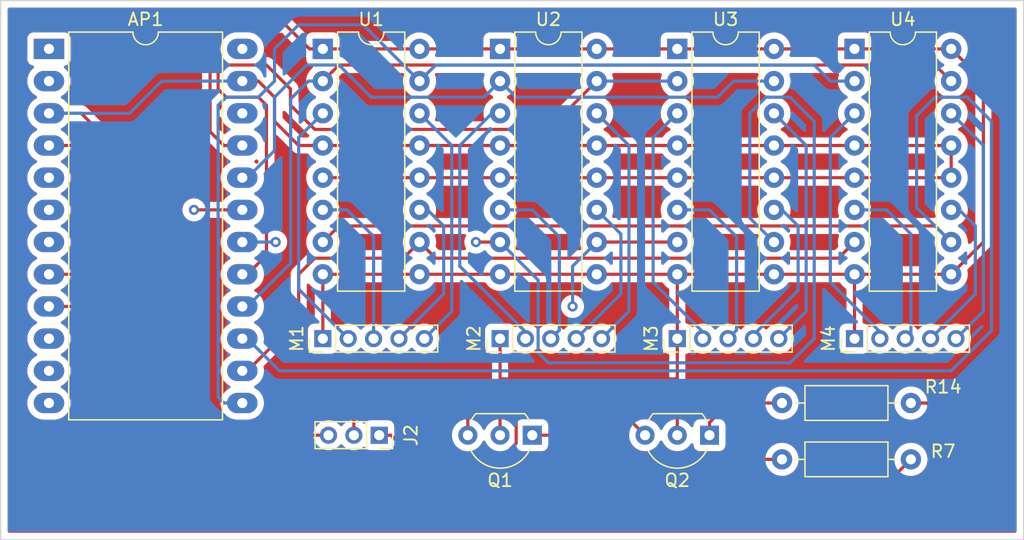
<source format=kicad_pcb>
(kicad_pcb (version 20171130) (host pcbnew "(5.1.0)-1")
  (layers (0 F.Cu signal) (31 B.Cu signal) (34 B.Paste user) (35 F.Paste user) (36 B.SilkS user) (37 F.SilkS user) (38 B.Mask user) (39 F.Mask user) (44 Edge.Cuts user))
  (net 0 "")
  (net 1 "Net-(AP1-Pad24)")
  (net 2 "Net-(AP1-Pad12)")
  (net 3 "Net-(AP1-Pad11)")
  (net 4 "Net-(AP1-Pad22)")
  (net 5 "Net-(AP1-Pad10)")
  (net 6 +5V)
  (net 7 "Net-(AP1-Pad9)")
  (net 8 MotorA-1)
  (net 9 "Net-(AP1-Pad8)")
  (net 10 MotorA-2)
  (net 11 "Net-(AP1-Pad7)")
  (net 12 MotorA-3)
  (net 13 "Net-(AP1-Pad6)")
  (net 14 MotorA-4)
  (net 15 "Net-(AP1-Pad5)")
  (net 16 MotorB-1)
  (net 17 MotorB-2)
  (net 18 MotorB-3)
  (net 19 "Net-(AP1-Pad2)")
  (net 20 MotorB-4)
  (net 21 "Net-(AP1-Pad1)")
  (net 22 RINGLIGHT1)
  (net 23 RINGLIGHT2)
  (net 24 "Net-(M1-Pad5)")
  (net 25 "Net-(M1-Pad4)")
  (net 26 "Net-(M1-Pad3)")
  (net 27 "Net-(M1-Pad2)")
  (net 28 "Net-(M2-Pad5)")
  (net 29 "Net-(M2-Pad4)")
  (net 30 "Net-(M2-Pad3)")
  (net 31 "Net-(M2-Pad2)")
  (net 32 "Net-(Q1-Pad1)")
  (net 33 "Net-(Q2-Pad1)")
  (net 34 RINGLIGHT_GND)
  (net 35 "Net-(M3-Pad5)")
  (net 36 "Net-(M3-Pad4)")
  (net 37 "Net-(M3-Pad3)")
  (net 38 "Net-(M3-Pad2)")
  (net 39 "Net-(M4-Pad5)")
  (net 40 "Net-(M4-Pad4)")
  (net 41 "Net-(M4-Pad3)")
  (net 42 "Net-(M4-Pad2)")
  (module Resistor_THT:R_Axial_DIN0207_L6.3mm_D2.5mm_P10.16mm_Horizontal (layer F.Cu) (at 85.09 51.435 180)
    (fp_text reference R7 (at -2.54 0.635 180) (layer F.SilkS))
    (fp_text value 1K)
    (fp_line (start 9.12 0) (end 8.35 0) (layer F.SilkS) (width 0.12))
    (fp_line (start 1.04 0) (end 1.81 0) (layer F.SilkS) (width 0.12))
    (fp_line (start 8.35 -1.37) (end 1.81 -1.37) (layer F.SilkS) (width 0.12))
    (fp_line (start 8.35 1.37) (end 8.35 -1.37) (layer F.SilkS) (width 0.12))
    (fp_line (start 1.81 1.37) (end 8.35 1.37) (layer F.SilkS) (width 0.12))
    (fp_line (start 1.81 -1.37) (end 1.81 1.37) (layer F.SilkS) (width 0.12))
    (pad 2 thru_hole oval (at 10.16 0 180) (size 1.6 1.6) (drill 0.8) (layers *.Cu *.Mask) (net 32 "Net-(Q1-Pad1)"))
    (pad 1 thru_hole circle (at 0 0 180) (size 1.6 1.6) (drill 0.8) (layers *.Cu *.Mask) (net 9 "Net-(AP1-Pad8)"))
  )
  (module Resistor_THT:R_Axial_DIN0207_L6.3mm_D2.5mm_P10.16mm_Horizontal (layer F.Cu) (at 85.09 46.99 180)
    (fp_text reference R14 (at -2.54 1.27 180) (layer F.SilkS))
    (fp_text value 1K)
    (fp_line (start 9.12 0) (end 8.35 0) (layer F.SilkS) (width 0.12))
    (fp_line (start 1.04 0) (end 1.81 0) (layer F.SilkS) (width 0.12))
    (fp_line (start 8.35 -1.37) (end 1.81 -1.37) (layer F.SilkS) (width 0.12))
    (fp_line (start 8.35 1.37) (end 8.35 -1.37) (layer F.SilkS) (width 0.12))
    (fp_line (start 1.81 1.37) (end 8.35 1.37) (layer F.SilkS) (width 0.12))
    (fp_line (start 1.81 -1.37) (end 1.81 1.37) (layer F.SilkS) (width 0.12))
    (pad 2 thru_hole oval (at 10.16 0 180) (size 1.6 1.6) (drill 0.8) (layers *.Cu *.Mask) (net 33 "Net-(Q2-Pad1)"))
    (pad 1 thru_hole circle (at 0 0 180) (size 1.6 1.6) (drill 0.8) (layers *.Cu *.Mask) (net 7 "Net-(AP1-Pad9)"))
  )
  (module Package_DIP:DIP-16_W7.62mm (layer F.Cu) (at 80.645 19.05)
    (fp_text reference U4 (at 3.81 -2.33) (layer F.SilkS))
    (fp_text value L293D)
    (fp_line (start 6.46 -1.33) (end 4.81 -1.33) (layer F.SilkS) (width 0.12))
    (fp_line (start 6.46 19.11) (end 6.46 -1.33) (layer F.SilkS) (width 0.12))
    (fp_line (start 1.16 19.11) (end 6.46 19.11) (layer F.SilkS) (width 0.12))
    (fp_line (start 1.16 -1.33) (end 1.16 19.11) (layer F.SilkS) (width 0.12))
    (fp_line (start 2.81 -1.33) (end 1.16 -1.33) (layer F.SilkS) (width 0.12))
    (fp_arc (start 3.81 -1.33) (end 2.81 -1.33) (angle -180) (layer F.SilkS) (width 0.12))
    (pad 16 thru_hole oval (at 7.62 0) (size 1.6 1.6) (drill 0.8) (layers *.Cu *.Mask) (net 6 +5V))
    (pad 8 thru_hole oval (at 0 17.78) (size 1.6 1.6) (drill 0.8) (layers *.Cu *.Mask) (net 6 +5V))
    (pad 15 thru_hole oval (at 7.62 2.54) (size 1.6 1.6) (drill 0.8) (layers *.Cu *.Mask) (net 16 MotorB-1))
    (pad 7 thru_hole oval (at 0 15.24) (size 1.6 1.6) (drill 0.8) (layers *.Cu *.Mask) (net 18 MotorB-3))
    (pad 14 thru_hole oval (at 7.62 5.08) (size 1.6 1.6) (drill 0.8) (layers *.Cu *.Mask) (net 39 "Net-(M4-Pad5)"))
    (pad 6 thru_hole oval (at 0 12.7) (size 1.6 1.6) (drill 0.8) (layers *.Cu *.Mask) (net 41 "Net-(M4-Pad3)"))
    (pad 13 thru_hole oval (at 7.62 7.62) (size 1.6 1.6) (drill 0.8) (layers *.Cu *.Mask) (net 34 RINGLIGHT_GND))
    (pad 5 thru_hole oval (at 0 10.16) (size 1.6 1.6) (drill 0.8) (layers *.Cu *.Mask) (net 34 RINGLIGHT_GND))
    (pad 12 thru_hole oval (at 7.62 10.16) (size 1.6 1.6) (drill 0.8) (layers *.Cu *.Mask) (net 34 RINGLIGHT_GND))
    (pad 4 thru_hole oval (at 0 7.62) (size 1.6 1.6) (drill 0.8) (layers *.Cu *.Mask) (net 34 RINGLIGHT_GND))
    (pad 11 thru_hole oval (at 7.62 12.7) (size 1.6 1.6) (drill 0.8) (layers *.Cu *.Mask) (net 40 "Net-(M4-Pad4)"))
    (pad 3 thru_hole oval (at 0 5.08) (size 1.6 1.6) (drill 0.8) (layers *.Cu *.Mask) (net 42 "Net-(M4-Pad2)"))
    (pad 10 thru_hole oval (at 7.62 15.24) (size 1.6 1.6) (drill 0.8) (layers *.Cu *.Mask) (net 17 MotorB-2))
    (pad 2 thru_hole oval (at 0 2.54) (size 1.6 1.6) (drill 0.8) (layers *.Cu *.Mask) (net 20 MotorB-4))
    (pad 9 thru_hole oval (at 7.62 17.78) (size 1.6 1.6) (drill 0.8) (layers *.Cu *.Mask) (net 6 +5V))
    (pad 1 thru_hole rect (at 0 0) (size 1.6 1.6) (drill 0.8) (layers *.Cu *.Mask) (net 6 +5V))
  )
  (module Package_DIP:DIP-16_W7.62mm (layer F.Cu) (at 66.675 19.05)
    (fp_text reference U3 (at 3.81 -2.33) (layer F.SilkS))
    (fp_text value L293D)
    (fp_line (start 6.46 -1.33) (end 4.81 -1.33) (layer F.SilkS) (width 0.12))
    (fp_line (start 6.46 19.11) (end 6.46 -1.33) (layer F.SilkS) (width 0.12))
    (fp_line (start 1.16 19.11) (end 6.46 19.11) (layer F.SilkS) (width 0.12))
    (fp_line (start 1.16 -1.33) (end 1.16 19.11) (layer F.SilkS) (width 0.12))
    (fp_line (start 2.81 -1.33) (end 1.16 -1.33) (layer F.SilkS) (width 0.12))
    (fp_arc (start 3.81 -1.33) (end 2.81 -1.33) (angle -180) (layer F.SilkS) (width 0.12))
    (pad 16 thru_hole oval (at 7.62 0) (size 1.6 1.6) (drill 0.8) (layers *.Cu *.Mask) (net 6 +5V))
    (pad 8 thru_hole oval (at 0 17.78) (size 1.6 1.6) (drill 0.8) (layers *.Cu *.Mask) (net 6 +5V))
    (pad 15 thru_hole oval (at 7.62 2.54) (size 1.6 1.6) (drill 0.8) (layers *.Cu *.Mask) (net 8 MotorA-1))
    (pad 7 thru_hole oval (at 0 15.24) (size 1.6 1.6) (drill 0.8) (layers *.Cu *.Mask) (net 12 MotorA-3))
    (pad 14 thru_hole oval (at 7.62 5.08) (size 1.6 1.6) (drill 0.8) (layers *.Cu *.Mask) (net 35 "Net-(M3-Pad5)"))
    (pad 6 thru_hole oval (at 0 12.7) (size 1.6 1.6) (drill 0.8) (layers *.Cu *.Mask) (net 37 "Net-(M3-Pad3)"))
    (pad 13 thru_hole oval (at 7.62 7.62) (size 1.6 1.6) (drill 0.8) (layers *.Cu *.Mask) (net 34 RINGLIGHT_GND))
    (pad 5 thru_hole oval (at 0 10.16) (size 1.6 1.6) (drill 0.8) (layers *.Cu *.Mask) (net 34 RINGLIGHT_GND))
    (pad 12 thru_hole oval (at 7.62 10.16) (size 1.6 1.6) (drill 0.8) (layers *.Cu *.Mask) (net 34 RINGLIGHT_GND))
    (pad 4 thru_hole oval (at 0 7.62) (size 1.6 1.6) (drill 0.8) (layers *.Cu *.Mask) (net 34 RINGLIGHT_GND))
    (pad 11 thru_hole oval (at 7.62 12.7) (size 1.6 1.6) (drill 0.8) (layers *.Cu *.Mask) (net 36 "Net-(M3-Pad4)"))
    (pad 3 thru_hole oval (at 0 5.08) (size 1.6 1.6) (drill 0.8) (layers *.Cu *.Mask) (net 38 "Net-(M3-Pad2)"))
    (pad 10 thru_hole oval (at 7.62 15.24) (size 1.6 1.6) (drill 0.8) (layers *.Cu *.Mask) (net 10 MotorA-2))
    (pad 2 thru_hole oval (at 0 2.54) (size 1.6 1.6) (drill 0.8) (layers *.Cu *.Mask) (net 14 MotorA-4))
    (pad 9 thru_hole oval (at 7.62 17.78) (size 1.6 1.6) (drill 0.8) (layers *.Cu *.Mask) (net 6 +5V))
    (pad 1 thru_hole rect (at 0 0) (size 1.6 1.6) (drill 0.8) (layers *.Cu *.Mask) (net 6 +5V))
  )
  (module Package_DIP:DIP-16_W7.62mm (layer F.Cu) (at 52.705 19.05)
    (fp_text reference U2 (at 3.81 -2.33) (layer F.SilkS))
    (fp_text value L293D)
    (fp_line (start 6.46 -1.33) (end 4.81 -1.33) (layer F.SilkS) (width 0.12))
    (fp_line (start 6.46 19.11) (end 6.46 -1.33) (layer F.SilkS) (width 0.12))
    (fp_line (start 1.16 19.11) (end 6.46 19.11) (layer F.SilkS) (width 0.12))
    (fp_line (start 1.16 -1.33) (end 1.16 19.11) (layer F.SilkS) (width 0.12))
    (fp_line (start 2.81 -1.33) (end 1.16 -1.33) (layer F.SilkS) (width 0.12))
    (fp_arc (start 3.81 -1.33) (end 2.81 -1.33) (angle -180) (layer F.SilkS) (width 0.12))
    (pad 16 thru_hole oval (at 7.62 0) (size 1.6 1.6) (drill 0.8) (layers *.Cu *.Mask) (net 6 +5V))
    (pad 8 thru_hole oval (at 0 17.78) (size 1.6 1.6) (drill 0.8) (layers *.Cu *.Mask) (net 6 +5V))
    (pad 15 thru_hole oval (at 7.62 2.54) (size 1.6 1.6) (drill 0.8) (layers *.Cu *.Mask) (net 14 MotorA-4))
    (pad 7 thru_hole oval (at 0 15.24) (size 1.6 1.6) (drill 0.8) (layers *.Cu *.Mask) (net 10 MotorA-2))
    (pad 14 thru_hole oval (at 7.62 5.08) (size 1.6 1.6) (drill 0.8) (layers *.Cu *.Mask) (net 28 "Net-(M2-Pad5)"))
    (pad 6 thru_hole oval (at 0 12.7) (size 1.6 1.6) (drill 0.8) (layers *.Cu *.Mask) (net 30 "Net-(M2-Pad3)"))
    (pad 13 thru_hole oval (at 7.62 7.62) (size 1.6 1.6) (drill 0.8) (layers *.Cu *.Mask) (net 34 RINGLIGHT_GND))
    (pad 5 thru_hole oval (at 0 10.16) (size 1.6 1.6) (drill 0.8) (layers *.Cu *.Mask) (net 34 RINGLIGHT_GND))
    (pad 12 thru_hole oval (at 7.62 10.16) (size 1.6 1.6) (drill 0.8) (layers *.Cu *.Mask) (net 34 RINGLIGHT_GND))
    (pad 4 thru_hole oval (at 0 7.62) (size 1.6 1.6) (drill 0.8) (layers *.Cu *.Mask) (net 34 RINGLIGHT_GND))
    (pad 11 thru_hole oval (at 7.62 12.7) (size 1.6 1.6) (drill 0.8) (layers *.Cu *.Mask) (net 29 "Net-(M2-Pad4)"))
    (pad 3 thru_hole oval (at 0 5.08) (size 1.6 1.6) (drill 0.8) (layers *.Cu *.Mask) (net 31 "Net-(M2-Pad2)"))
    (pad 10 thru_hole oval (at 7.62 15.24) (size 1.6 1.6) (drill 0.8) (layers *.Cu *.Mask) (net 12 MotorA-3))
    (pad 2 thru_hole oval (at 0 2.54) (size 1.6 1.6) (drill 0.8) (layers *.Cu *.Mask) (net 8 MotorA-1))
    (pad 9 thru_hole oval (at 7.62 17.78) (size 1.6 1.6) (drill 0.8) (layers *.Cu *.Mask) (net 6 +5V))
    (pad 1 thru_hole rect (at 0 0) (size 1.6 1.6) (drill 0.8) (layers *.Cu *.Mask) (net 6 +5V))
  )
  (module Package_DIP:DIP-16_W7.62mm (layer F.Cu) (at 38.735 19.05)
    (fp_text reference U1 (at 3.81 -2.33) (layer F.SilkS))
    (fp_text value L293D)
    (fp_line (start 6.46 -1.33) (end 4.81 -1.33) (layer F.SilkS) (width 0.12))
    (fp_line (start 6.46 19.11) (end 6.46 -1.33) (layer F.SilkS) (width 0.12))
    (fp_line (start 1.16 19.11) (end 6.46 19.11) (layer F.SilkS) (width 0.12))
    (fp_line (start 1.16 -1.33) (end 1.16 19.11) (layer F.SilkS) (width 0.12))
    (fp_line (start 2.81 -1.33) (end 1.16 -1.33) (layer F.SilkS) (width 0.12))
    (fp_arc (start 3.81 -1.33) (end 2.81 -1.33) (angle -180) (layer F.SilkS) (width 0.12))
    (pad 16 thru_hole oval (at 7.62 0) (size 1.6 1.6) (drill 0.8) (layers *.Cu *.Mask) (net 6 +5V))
    (pad 8 thru_hole oval (at 0 17.78) (size 1.6 1.6) (drill 0.8) (layers *.Cu *.Mask) (net 6 +5V))
    (pad 15 thru_hole oval (at 7.62 2.54) (size 1.6 1.6) (drill 0.8) (layers *.Cu *.Mask) (net 20 MotorB-4))
    (pad 7 thru_hole oval (at 0 15.24) (size 1.6 1.6) (drill 0.8) (layers *.Cu *.Mask) (net 17 MotorB-2))
    (pad 14 thru_hole oval (at 7.62 5.08) (size 1.6 1.6) (drill 0.8) (layers *.Cu *.Mask) (net 24 "Net-(M1-Pad5)"))
    (pad 6 thru_hole oval (at 0 12.7) (size 1.6 1.6) (drill 0.8) (layers *.Cu *.Mask) (net 26 "Net-(M1-Pad3)"))
    (pad 13 thru_hole oval (at 7.62 7.62) (size 1.6 1.6) (drill 0.8) (layers *.Cu *.Mask) (net 34 RINGLIGHT_GND))
    (pad 5 thru_hole oval (at 0 10.16) (size 1.6 1.6) (drill 0.8) (layers *.Cu *.Mask) (net 34 RINGLIGHT_GND))
    (pad 12 thru_hole oval (at 7.62 10.16) (size 1.6 1.6) (drill 0.8) (layers *.Cu *.Mask) (net 34 RINGLIGHT_GND))
    (pad 4 thru_hole oval (at 0 7.62) (size 1.6 1.6) (drill 0.8) (layers *.Cu *.Mask) (net 34 RINGLIGHT_GND))
    (pad 11 thru_hole oval (at 7.62 12.7) (size 1.6 1.6) (drill 0.8) (layers *.Cu *.Mask) (net 25 "Net-(M1-Pad4)"))
    (pad 3 thru_hole oval (at 0 5.08) (size 1.6 1.6) (drill 0.8) (layers *.Cu *.Mask) (net 27 "Net-(M1-Pad2)"))
    (pad 10 thru_hole oval (at 7.62 15.24) (size 1.6 1.6) (drill 0.8) (layers *.Cu *.Mask) (net 18 MotorB-3))
    (pad 2 thru_hole oval (at 0 2.54) (size 1.6 1.6) (drill 0.8) (layers *.Cu *.Mask) (net 16 MotorB-1))
    (pad 9 thru_hole oval (at 7.62 17.78) (size 1.6 1.6) (drill 0.8) (layers *.Cu *.Mask) (net 6 +5V))
    (pad 1 thru_hole rect (at 0 0) (size 1.6 1.6) (drill 0.8) (layers *.Cu *.Mask) (net 6 +5V))
  )
  (module Package_TO_SOT_THT:TO-92L_Inline_Wide (layer F.Cu) (at 69.215 49.53 180)
    (fp_text reference Q2 (at 2.54 -3.56 180) (layer F.SilkS))
    (fp_text value Q_PNP_BCE)
    (fp_arc (start 2.54 0) (end 4.45 1.7) (angle -15.88591585) (layer F.SilkS) (width 0.12))
    (fp_arc (start 2.54 0) (end 2.54 -2.6) (angle 65) (layer F.SilkS) (width 0.12))
    (fp_arc (start 2.54 0) (end 2.54 -2.6) (angle -65) (layer F.SilkS) (width 0.12))
    (fp_arc (start 2.54 0) (end 0.6 1.7) (angle 15.44288892) (layer F.SilkS) (width 0.12))
    (fp_line (start 0.6 1.7) (end 4.45 1.7) (layer F.SilkS) (width 0.12))
    (pad 1 thru_hole rect (at 0 0 270) (size 1.5 1.5) (drill 0.8) (layers *.Cu *.Mask) (net 33 "Net-(Q2-Pad1)"))
    (pad 3 thru_hole circle (at 5.08 0 270) (size 1.5 1.5) (drill 0.8) (layers *.Cu *.Mask) (net 23 RINGLIGHT2))
    (pad 2 thru_hole circle (at 2.54 0 270) (size 1.5 1.5) (drill 0.8) (layers *.Cu *.Mask) (net 6 +5V))
  )
  (module Package_TO_SOT_THT:TO-92L_Inline_Wide (layer F.Cu) (at 55.245 49.53 180)
    (fp_text reference Q1 (at 2.54 -3.56 180) (layer F.SilkS))
    (fp_text value Q_PNP_BCE)
    (fp_arc (start 2.54 0) (end 4.45 1.7) (angle -15.88591585) (layer F.SilkS) (width 0.12))
    (fp_arc (start 2.54 0) (end 2.54 -2.6) (angle 65) (layer F.SilkS) (width 0.12))
    (fp_arc (start 2.54 0) (end 2.54 -2.6) (angle -65) (layer F.SilkS) (width 0.12))
    (fp_arc (start 2.54 0) (end 0.6 1.7) (angle 15.44288892) (layer F.SilkS) (width 0.12))
    (fp_line (start 0.6 1.7) (end 4.45 1.7) (layer F.SilkS) (width 0.12))
    (pad 1 thru_hole rect (at 0 0 270) (size 1.5 1.5) (drill 0.8) (layers *.Cu *.Mask) (net 32 "Net-(Q1-Pad1)"))
    (pad 3 thru_hole circle (at 5.08 0 270) (size 1.5 1.5) (drill 0.8) (layers *.Cu *.Mask) (net 22 RINGLIGHT1))
    (pad 2 thru_hole circle (at 2.54 0 270) (size 1.5 1.5) (drill 0.8) (layers *.Cu *.Mask) (net 6 +5V))
  )
  (module Connector_PinHeader_2.00mm:PinHeader_1x05_P2.00mm_Vertical (layer F.Cu) (at 80.645 41.91 90)
    (fp_text reference M4 (at 0 -2.06 90) (layer F.SilkS))
    (fp_text value Stepper_Motor_unipolar_5pin)
    (fp_line (start -1.06 -1.06) (end 0 -1.06) (layer F.SilkS) (width 0.12))
    (fp_line (start -1.06 0) (end -1.06 -1.06) (layer F.SilkS) (width 0.12))
    (fp_line (start -1.06 1) (end 1.06 1) (layer F.SilkS) (width 0.12))
    (fp_line (start 1.06 1) (end 1.06 9.06) (layer F.SilkS) (width 0.12))
    (fp_line (start -1.06 1) (end -1.06 9.06) (layer F.SilkS) (width 0.12))
    (fp_line (start -1.06 9.06) (end 1.06 9.06) (layer F.SilkS) (width 0.12))
    (pad 5 thru_hole oval (at 0 8 90) (size 1.35 1.35) (drill 0.8) (layers *.Cu *.Mask) (net 39 "Net-(M4-Pad5)"))
    (pad 4 thru_hole oval (at 0 6 90) (size 1.35 1.35) (drill 0.8) (layers *.Cu *.Mask) (net 40 "Net-(M4-Pad4)"))
    (pad 3 thru_hole oval (at 0 4 90) (size 1.35 1.35) (drill 0.8) (layers *.Cu *.Mask) (net 41 "Net-(M4-Pad3)"))
    (pad 2 thru_hole oval (at 0 2 90) (size 1.35 1.35) (drill 0.8) (layers *.Cu *.Mask) (net 42 "Net-(M4-Pad2)"))
    (pad 1 thru_hole rect (at 0 0 90) (size 1.35 1.35) (drill 0.8) (layers *.Cu *.Mask) (net 6 +5V))
  )
  (module Connector_PinHeader_2.00mm:PinHeader_1x05_P2.00mm_Vertical (layer F.Cu) (at 66.675 41.91 90)
    (fp_text reference M3 (at 0 -2.06 90) (layer F.SilkS))
    (fp_text value Stepper_Motor_unipolar_5pin)
    (fp_line (start -1.06 -1.06) (end 0 -1.06) (layer F.SilkS) (width 0.12))
    (fp_line (start -1.06 0) (end -1.06 -1.06) (layer F.SilkS) (width 0.12))
    (fp_line (start -1.06 1) (end 1.06 1) (layer F.SilkS) (width 0.12))
    (fp_line (start 1.06 1) (end 1.06 9.06) (layer F.SilkS) (width 0.12))
    (fp_line (start -1.06 1) (end -1.06 9.06) (layer F.SilkS) (width 0.12))
    (fp_line (start -1.06 9.06) (end 1.06 9.06) (layer F.SilkS) (width 0.12))
    (pad 5 thru_hole oval (at 0 8 90) (size 1.35 1.35) (drill 0.8) (layers *.Cu *.Mask) (net 35 "Net-(M3-Pad5)"))
    (pad 4 thru_hole oval (at 0 6 90) (size 1.35 1.35) (drill 0.8) (layers *.Cu *.Mask) (net 36 "Net-(M3-Pad4)"))
    (pad 3 thru_hole oval (at 0 4 90) (size 1.35 1.35) (drill 0.8) (layers *.Cu *.Mask) (net 37 "Net-(M3-Pad3)"))
    (pad 2 thru_hole oval (at 0 2 90) (size 1.35 1.35) (drill 0.8) (layers *.Cu *.Mask) (net 38 "Net-(M3-Pad2)"))
    (pad 1 thru_hole rect (at 0 0 90) (size 1.35 1.35) (drill 0.8) (layers *.Cu *.Mask) (net 6 +5V))
  )
  (module Connector_PinHeader_2.00mm:PinHeader_1x05_P2.00mm_Vertical (layer F.Cu) (at 52.705 41.91 90)
    (fp_text reference M2 (at 0 -2.06 90) (layer F.SilkS))
    (fp_text value Stepper_Motor_unipolar_5pin)
    (fp_line (start -1.06 -1.06) (end 0 -1.06) (layer F.SilkS) (width 0.12))
    (fp_line (start -1.06 0) (end -1.06 -1.06) (layer F.SilkS) (width 0.12))
    (fp_line (start -1.06 1) (end 1.06 1) (layer F.SilkS) (width 0.12))
    (fp_line (start 1.06 1) (end 1.06 9.06) (layer F.SilkS) (width 0.12))
    (fp_line (start -1.06 1) (end -1.06 9.06) (layer F.SilkS) (width 0.12))
    (fp_line (start -1.06 9.06) (end 1.06 9.06) (layer F.SilkS) (width 0.12))
    (pad 5 thru_hole oval (at 0 8 90) (size 1.35 1.35) (drill 0.8) (layers *.Cu *.Mask) (net 28 "Net-(M2-Pad5)"))
    (pad 4 thru_hole oval (at 0 6 90) (size 1.35 1.35) (drill 0.8) (layers *.Cu *.Mask) (net 29 "Net-(M2-Pad4)"))
    (pad 3 thru_hole oval (at 0 4 90) (size 1.35 1.35) (drill 0.8) (layers *.Cu *.Mask) (net 30 "Net-(M2-Pad3)"))
    (pad 2 thru_hole oval (at 0 2 90) (size 1.35 1.35) (drill 0.8) (layers *.Cu *.Mask) (net 31 "Net-(M2-Pad2)"))
    (pad 1 thru_hole rect (at 0 0 90) (size 1.35 1.35) (drill 0.8) (layers *.Cu *.Mask) (net 6 +5V))
  )
  (module Connector_PinHeader_2.00mm:PinHeader_1x05_P2.00mm_Vertical (layer F.Cu) (at 38.735 41.91 90)
    (fp_text reference M1 (at 0 -2.06 90) (layer F.SilkS))
    (fp_text value Stepper_Motor_unipolar_5pin)
    (fp_line (start -1.06 -1.06) (end 0 -1.06) (layer F.SilkS) (width 0.12))
    (fp_line (start -1.06 0) (end -1.06 -1.06) (layer F.SilkS) (width 0.12))
    (fp_line (start -1.06 1) (end 1.06 1) (layer F.SilkS) (width 0.12))
    (fp_line (start 1.06 1) (end 1.06 9.06) (layer F.SilkS) (width 0.12))
    (fp_line (start -1.06 1) (end -1.06 9.06) (layer F.SilkS) (width 0.12))
    (fp_line (start -1.06 9.06) (end 1.06 9.06) (layer F.SilkS) (width 0.12))
    (pad 5 thru_hole oval (at 0 8 90) (size 1.35 1.35) (drill 0.8) (layers *.Cu *.Mask) (net 24 "Net-(M1-Pad5)"))
    (pad 4 thru_hole oval (at 0 6 90) (size 1.35 1.35) (drill 0.8) (layers *.Cu *.Mask) (net 25 "Net-(M1-Pad4)"))
    (pad 3 thru_hole oval (at 0 4 90) (size 1.35 1.35) (drill 0.8) (layers *.Cu *.Mask) (net 26 "Net-(M1-Pad3)"))
    (pad 2 thru_hole oval (at 0 2 90) (size 1.35 1.35) (drill 0.8) (layers *.Cu *.Mask) (net 27 "Net-(M1-Pad2)"))
    (pad 1 thru_hole rect (at 0 0 90) (size 1.35 1.35) (drill 0.8) (layers *.Cu *.Mask) (net 6 +5V))
  )
  (module Connector_PinSocket_2.00mm:PinSocket_1x03_P2.00mm_Vertical (layer F.Cu) (at 43.18 49.53 270)
    (fp_text reference J2 (at 0 -2.5 270) (layer F.SilkS))
    (fp_text value Conn_01x03_Female)
    (fp_line (start 0 -1.06) (end 1.06 -1.06) (layer F.SilkS) (width 0.12))
    (fp_line (start 1.06 -1.06) (end 1.06 0) (layer F.SilkS) (width 0.12))
    (fp_line (start 1.06 1) (end 1.06 5.06) (layer F.SilkS) (width 0.12))
    (fp_line (start -1.06 5.06) (end 1.06 5.06) (layer F.SilkS) (width 0.12))
    (fp_line (start -1.06 1) (end -1.06 5.06) (layer F.SilkS) (width 0.12))
    (fp_line (start -1.06 1) (end 1.06 1) (layer F.SilkS) (width 0.12))
    (pad 3 thru_hole oval (at 0 4 270) (size 1.35 1.35) (drill 0.8) (layers *.Cu *.Mask) (net 34 RINGLIGHT_GND))
    (pad 2 thru_hole oval (at 0 2 270) (size 1.35 1.35) (drill 0.8) (layers *.Cu *.Mask) (net 22 RINGLIGHT1))
    (pad 1 thru_hole rect (at 0 0 270) (size 1.35 1.35) (drill 0.8) (layers *.Cu *.Mask) (net 23 RINGLIGHT2))
  )
  (module Package_DIP:DIP-24_W15.24mm_LongPads (layer F.Cu) (at 17.145 19.05)
    (fp_text reference AP1 (at 7.62 -2.33) (layer F.SilkS))
    (fp_text value ArduinoProMicro)
    (fp_line (start 13.68 -1.33) (end 8.62 -1.33) (layer F.SilkS) (width 0.12))
    (fp_line (start 13.68 29.27) (end 13.68 -1.33) (layer F.SilkS) (width 0.12))
    (fp_line (start 1.56 29.27) (end 13.68 29.27) (layer F.SilkS) (width 0.12))
    (fp_line (start 1.56 -1.33) (end 1.56 29.27) (layer F.SilkS) (width 0.12))
    (fp_line (start 6.62 -1.33) (end 1.56 -1.33) (layer F.SilkS) (width 0.12))
    (fp_arc (start 7.62 -1.33) (end 6.62 -1.33) (angle -180) (layer F.SilkS) (width 0.12))
    (pad 24 thru_hole oval (at 15.24 0) (size 2.4 1.6) (drill 0.8) (layers *.Cu *.Mask) (net 1 "Net-(AP1-Pad24)"))
    (pad 12 thru_hole oval (at 0 27.94) (size 2.4 1.6) (drill 0.8) (layers *.Cu *.Mask) (net 2 "Net-(AP1-Pad12)"))
    (pad 23 thru_hole oval (at 15.24 2.54) (size 2.4 1.6) (drill 0.8) (layers *.Cu *.Mask) (net 34 RINGLIGHT_GND))
    (pad 11 thru_hole oval (at 0 25.4) (size 2.4 1.6) (drill 0.8) (layers *.Cu *.Mask) (net 3 "Net-(AP1-Pad11)"))
    (pad 22 thru_hole oval (at 15.24 5.08) (size 2.4 1.6) (drill 0.8) (layers *.Cu *.Mask) (net 4 "Net-(AP1-Pad22)"))
    (pad 10 thru_hole oval (at 0 22.86) (size 2.4 1.6) (drill 0.8) (layers *.Cu *.Mask) (net 5 "Net-(AP1-Pad10)"))
    (pad 21 thru_hole oval (at 15.24 7.62) (size 2.4 1.6) (drill 0.8) (layers *.Cu *.Mask) (net 6 +5V))
    (pad 9 thru_hole oval (at 0 20.32) (size 2.4 1.6) (drill 0.8) (layers *.Cu *.Mask) (net 7 "Net-(AP1-Pad9)"))
    (pad 20 thru_hole oval (at 15.24 10.16) (size 2.4 1.6) (drill 0.8) (layers *.Cu *.Mask) (net 8 MotorA-1))
    (pad 8 thru_hole oval (at 0 17.78) (size 2.4 1.6) (drill 0.8) (layers *.Cu *.Mask) (net 9 "Net-(AP1-Pad8)"))
    (pad 19 thru_hole oval (at 15.24 12.7) (size 2.4 1.6) (drill 0.8) (layers *.Cu *.Mask) (net 10 MotorA-2))
    (pad 7 thru_hole oval (at 0 15.24) (size 2.4 1.6) (drill 0.8) (layers *.Cu *.Mask) (net 11 "Net-(AP1-Pad7)"))
    (pad 18 thru_hole oval (at 15.24 15.24) (size 2.4 1.6) (drill 0.8) (layers *.Cu *.Mask) (net 12 MotorA-3))
    (pad 6 thru_hole oval (at 0 12.7) (size 2.4 1.6) (drill 0.8) (layers *.Cu *.Mask) (net 13 "Net-(AP1-Pad6)"))
    (pad 17 thru_hole oval (at 15.24 17.78) (size 2.4 1.6) (drill 0.8) (layers *.Cu *.Mask) (net 14 MotorA-4))
    (pad 5 thru_hole oval (at 0 10.16) (size 2.4 1.6) (drill 0.8) (layers *.Cu *.Mask) (net 15 "Net-(AP1-Pad5)"))
    (pad 16 thru_hole oval (at 15.24 20.32) (size 2.4 1.6) (drill 0.8) (layers *.Cu *.Mask) (net 16 MotorB-1))
    (pad 4 thru_hole oval (at 0 7.62) (size 2.4 1.6) (drill 0.8) (layers *.Cu *.Mask) (net 34 RINGLIGHT_GND))
    (pad 15 thru_hole oval (at 15.24 22.86) (size 2.4 1.6) (drill 0.8) (layers *.Cu *.Mask) (net 17 MotorB-2))
    (pad 3 thru_hole oval (at 0 5.08) (size 2.4 1.6) (drill 0.8) (layers *.Cu *.Mask) (net 34 RINGLIGHT_GND))
    (pad 14 thru_hole oval (at 15.24 25.4) (size 2.4 1.6) (drill 0.8) (layers *.Cu *.Mask) (net 18 MotorB-3))
    (pad 2 thru_hole oval (at 0 2.54) (size 2.4 1.6) (drill 0.8) (layers *.Cu *.Mask) (net 19 "Net-(AP1-Pad2)"))
    (pad 13 thru_hole oval (at 15.24 27.94) (size 2.4 1.6) (drill 0.8) (layers *.Cu *.Mask) (net 20 MotorB-4))
    (pad 1 thru_hole rect (at 0 0) (size 2.4 1.6) (drill 0.8) (layers *.Cu *.Mask) (net 21 "Net-(AP1-Pad1)"))
  )
  (gr_line (start 13.335 57.785) (end 13.335 15.24) (layer Edge.Cuts) (width 0.1))
  (gr_line (start 93.98 57.785) (end 13.335 57.785) (layer Edge.Cuts) (width 0.1))
  (gr_line (start 93.98 15.24) (end 93.98 57.785) (layer Edge.Cuts) (width 0.1))
  (gr_line (start 13.335 15.24) (end 93.98 15.24) (layer Edge.Cuts) (width 0.1))
  (segment (start 88.265 19.05) (end 38.735 19.05) (width 0.25) (layer F.Cu) (net 6))
  (segment (start 37.685 19.05) (end 38.735 19.05) (width 0.25) (layer F.Cu) (net 6))
  (segment (start 30.935 26.67) (end 29.845 25.58) (width 0.25) (layer F.Cu) (net 6))
  (segment (start 32.385 26.67) (end 30.935 26.67) (width 0.25) (layer F.Cu) (net 6))
  (segment (start 29.845 25.58) (end 29.845 18.415) (width 0.25) (layer F.Cu) (net 6))
  (segment (start 29.845 18.415) (end 31.115 17.145) (width 0.25) (layer F.Cu) (net 6))
  (segment (start 31.115 17.145) (end 35.78 17.145) (width 0.25) (layer F.Cu) (net 6))
  (segment (start 35.78 17.145) (end 37.685 19.05) (width 0.25) (layer F.Cu) (net 6))
  (segment (start 38.735 36.83) (end 88.265 36.83) (width 0.25) (layer F.Cu) (net 6))
  (segment (start 90.805 21.59) (end 88.265 19.05) (width 0.25) (layer F.Cu) (net 6))
  (segment (start 88.265 36.83) (end 90.805 34.29) (width 0.25) (layer F.Cu) (net 6))
  (segment (start 90.805 34.29) (end 90.805 21.59) (width 0.25) (layer F.Cu) (net 6))
  (segment (start 38.735 36.83) (end 38.735 41.91) (width 0.25) (layer F.Cu) (net 6))
  (segment (start 66.675 36.83) (end 66.675 41.91) (width 0.25) (layer F.Cu) (net 6))
  (segment (start 80.645 41.91) (end 80.645 36.83) (width 0.25) (layer F.Cu) (net 6))
  (segment (start 52.705 45.085) (end 66.675 45.085) (width 0.25) (layer F.Cu) (net 6))
  (segment (start 66.675 45.085) (end 66.675 49.53) (width 0.25) (layer F.Cu) (net 6))
  (segment (start 66.675 41.91) (end 66.675 45.085) (width 0.25) (layer F.Cu) (net 6))
  (segment (start 52.705 45.085) (end 52.705 49.53) (width 0.25) (layer F.Cu) (net 6))
  (segment (start 52.705 41.91) (end 52.705 45.085) (width 0.25) (layer F.Cu) (net 6))
  (segment (start 86.36 46.99) (end 85.09 46.99) (width 0.25) (layer F.Cu) (net 7))
  (segment (start 87.63 48.26) (end 86.36 46.99) (width 0.25) (layer F.Cu) (net 7))
  (segment (start 87.63 52.705) (end 87.63 48.26) (width 0.25) (layer F.Cu) (net 7))
  (segment (start 19.05 39.37) (end 20.32 40.64) (width 0.25) (layer F.Cu) (net 7))
  (segment (start 17.145 39.37) (end 19.05 39.37) (width 0.25) (layer F.Cu) (net 7))
  (segment (start 20.32 40.64) (end 20.32 43.815) (width 0.25) (layer F.Cu) (net 7))
  (segment (start 20.32 43.815) (end 31.75 55.245) (width 0.25) (layer F.Cu) (net 7))
  (segment (start 31.75 55.245) (end 85.09 55.245) (width 0.25) (layer F.Cu) (net 7))
  (segment (start 85.09 55.245) (end 87.63 52.705) (width 0.25) (layer F.Cu) (net 7))
  (segment (start 53.504999 22.389999) (end 52.705 21.59) (width 0.25) (layer B.Cu) (net 8))
  (segment (start 53.975 22.86) (end 53.504999 22.389999) (width 0.25) (layer B.Cu) (net 8))
  (segment (start 69.85 22.86) (end 53.975 22.86) (width 0.25) (layer B.Cu) (net 8))
  (segment (start 74.295 21.59) (end 71.12 21.59) (width 0.25) (layer B.Cu) (net 8))
  (segment (start 71.12 21.59) (end 69.85 22.86) (width 0.25) (layer B.Cu) (net 8))
  (segment (start 32.785 29.21) (end 32.385 29.21) (width 0.25) (layer B.Cu) (net 8))
  (segment (start 34.925 27.07) (end 32.785 29.21) (width 0.25) (layer B.Cu) (net 8))
  (segment (start 51.435 22.86) (end 42.545 22.86) (width 0.25) (layer B.Cu) (net 8))
  (segment (start 52.705 21.59) (end 51.435 22.86) (width 0.25) (layer B.Cu) (net 8))
  (segment (start 42.545 22.86) (end 40.005 20.32) (width 0.25) (layer B.Cu) (net 8))
  (segment (start 40.005 20.32) (end 37.465 20.32) (width 0.25) (layer B.Cu) (net 8))
  (segment (start 37.465 20.32) (end 34.925 22.86) (width 0.25) (layer B.Cu) (net 8))
  (segment (start 34.925 22.86) (end 34.925 27.07) (width 0.25) (layer B.Cu) (net 8))
  (segment (start 82.55 53.975) (end 85.09 51.435) (width 0.25) (layer F.Cu) (net 9))
  (segment (start 32.38359 53.975) (end 82.55 53.975) (width 0.25) (layer F.Cu) (net 9))
  (segment (start 21.59 43.18141) (end 32.38359 53.975) (width 0.25) (layer F.Cu) (net 9))
  (segment (start 21.59 38.735) (end 21.59 43.18141) (width 0.25) (layer F.Cu) (net 9))
  (segment (start 17.145 36.83) (end 19.685 36.83) (width 0.25) (layer F.Cu) (net 9))
  (segment (start 19.685 36.83) (end 21.59 38.735) (width 0.25) (layer F.Cu) (net 9))
  (segment (start 55.705 37.29) (end 53.504999 35.089999) (width 0.25) (layer B.Cu) (net 10))
  (segment (start 56.515 43.815) (end 55.705 43.005) (width 0.25) (layer B.Cu) (net 10))
  (segment (start 75.565 43.815) (end 56.515 43.815) (width 0.25) (layer B.Cu) (net 10))
  (segment (start 77.47 41.91) (end 75.565 43.815) (width 0.25) (layer B.Cu) (net 10))
  (segment (start 72.39 32.385) (end 72.39 24.13) (width 0.25) (layer B.Cu) (net 10))
  (segment (start 53.504999 35.089999) (end 52.705 34.29) (width 0.25) (layer B.Cu) (net 10))
  (segment (start 74.295 34.29) (end 72.39 32.385) (width 0.25) (layer B.Cu) (net 10))
  (segment (start 55.705 43.005) (end 55.705 37.29) (width 0.25) (layer B.Cu) (net 10))
  (segment (start 72.39 24.13) (end 73.66 22.86) (width 0.25) (layer B.Cu) (net 10))
  (segment (start 73.66 22.86) (end 75.565 22.86) (width 0.25) (layer B.Cu) (net 10))
  (segment (start 75.565 22.86) (end 77.47 24.765) (width 0.25) (layer B.Cu) (net 10))
  (segment (start 77.47 24.765) (end 77.47 41.91) (width 0.25) (layer B.Cu) (net 10))
  (via (at 50.8 34.29) (size 0.8) (drill 0.4) (layers F.Cu B.Cu) (net 10))
  (segment (start 52.705 34.29) (end 50.8 34.29) (width 0.25) (layer F.Cu) (net 10))
  (via (at 28.575008 31.75) (size 0.8) (drill 0.4) (layers F.Cu B.Cu) (net 10))
  (segment (start 32.385 31.75) (end 28.575008 31.75) (width 0.25) (layer F.Cu) (net 10))
  (segment (start 66.675 34.29) (end 60.325 34.29) (width 0.25) (layer F.Cu) (net 12))
  (via (at 58.42 39.37) (size 0.8) (drill 0.4) (layers F.Cu B.Cu) (net 12))
  (segment (start 58.42 37.069998) (end 58.42 39.37) (width 0.25) (layer B.Cu) (net 12))
  (segment (start 60.325 34.29) (end 58.42 36.195) (width 0.25) (layer B.Cu) (net 12))
  (segment (start 58.42 36.195) (end 58.42 37.069998) (width 0.25) (layer B.Cu) (net 12))
  (via (at 35.015 34.29) (size 0.8) (drill 0.4) (layers F.Cu B.Cu) (net 12))
  (segment (start 32.385 34.29) (end 35.015 34.29) (width 0.25) (layer B.Cu) (net 12))
  (segment (start 66.675 21.59) (end 60.325 21.59) (width 0.25) (layer B.Cu) (net 14))
  (segment (start 34.29 35.325) (end 32.785 36.83) (width 0.25) (layer F.Cu) (net 14))
  (segment (start 34.29 23.495) (end 34.29 35.325) (width 0.25) (layer F.Cu) (net 14))
  (segment (start 33.655 22.86) (end 34.29 23.495) (width 0.25) (layer F.Cu) (net 14))
  (segment (start 31.115 20.32) (end 30.48 20.955) (width 0.25) (layer F.Cu) (net 14))
  (segment (start 30.48 20.955) (end 30.48 22.225) (width 0.25) (layer F.Cu) (net 14))
  (segment (start 56.515 25.4) (end 38.1 25.4) (width 0.25) (layer F.Cu) (net 14))
  (segment (start 31.115 22.86) (end 33.655 22.86) (width 0.25) (layer F.Cu) (net 14))
  (segment (start 60.325 21.59) (end 56.515 25.4) (width 0.25) (layer F.Cu) (net 14))
  (segment (start 38.1 25.4) (end 36.179015 23.479015) (width 0.25) (layer F.Cu) (net 14))
  (segment (start 32.785 36.83) (end 32.385 36.83) (width 0.25) (layer F.Cu) (net 14))
  (segment (start 36.179015 23.479015) (end 36.179015 22.207605) (width 0.25) (layer F.Cu) (net 14))
  (segment (start 30.48 22.225) (end 31.115 22.86) (width 0.25) (layer F.Cu) (net 14))
  (segment (start 36.179015 22.207605) (end 34.29141 20.32) (width 0.25) (layer F.Cu) (net 14))
  (segment (start 34.29141 20.32) (end 31.115 20.32) (width 0.25) (layer F.Cu) (net 14))
  (segment (start 39.534999 20.790001) (end 38.735 21.59) (width 0.25) (layer F.Cu) (net 16))
  (segment (start 40.005 20.32) (end 39.534999 20.790001) (width 0.25) (layer F.Cu) (net 16))
  (segment (start 88.265 21.59) (end 86.995 20.32) (width 0.25) (layer F.Cu) (net 16))
  (segment (start 86.995 20.32) (end 40.005 20.32) (width 0.25) (layer F.Cu) (net 16))
  (segment (start 37.60363 21.59) (end 36.195 22.99863) (width 0.25) (layer B.Cu) (net 16))
  (segment (start 38.735 21.59) (end 37.60363 21.59) (width 0.25) (layer B.Cu) (net 16))
  (segment (start 32.785 39.37) (end 32.385 39.37) (width 0.25) (layer B.Cu) (net 16))
  (segment (start 36.195 35.96) (end 32.785 39.37) (width 0.25) (layer B.Cu) (net 16))
  (segment (start 36.195 22.99863) (end 36.195 35.96) (width 0.25) (layer B.Cu) (net 16))
  (segment (start 39.534999 33.490001) (end 38.735 34.29) (width 0.25) (layer F.Cu) (net 17))
  (segment (start 40.005 33.02) (end 39.534999 33.490001) (width 0.25) (layer F.Cu) (net 17))
  (segment (start 88.265 34.29) (end 86.995 33.02) (width 0.25) (layer F.Cu) (net 17))
  (segment (start 86.995 33.02) (end 40.005 33.02) (width 0.25) (layer F.Cu) (net 17))
  (segment (start 87.465001 33.490001) (end 88.265 34.29) (width 0.25) (layer B.Cu) (net 17))
  (segment (start 86.995 22.86) (end 85.54001 24.31499) (width 0.25) (layer B.Cu) (net 17))
  (segment (start 89.535 22.86) (end 86.995 22.86) (width 0.25) (layer B.Cu) (net 17))
  (segment (start 32.785 41.91) (end 35.325 44.45) (width 0.25) (layer B.Cu) (net 17))
  (segment (start 85.54001 31.56501) (end 87.465001 33.490001) (width 0.25) (layer B.Cu) (net 17))
  (segment (start 32.385 41.91) (end 32.785 41.91) (width 0.25) (layer B.Cu) (net 17))
  (segment (start 35.325 44.45) (end 88.265 44.45) (width 0.25) (layer B.Cu) (net 17))
  (segment (start 88.265 44.45) (end 91.44 41.275) (width 0.25) (layer B.Cu) (net 17))
  (segment (start 91.44 41.275) (end 91.44 24.765) (width 0.25) (layer B.Cu) (net 17))
  (segment (start 85.54001 24.31499) (end 85.54001 31.56501) (width 0.25) (layer B.Cu) (net 17))
  (segment (start 91.44 24.765) (end 89.535 22.86) (width 0.25) (layer B.Cu) (net 17))
  (segment (start 47.154999 35.089999) (end 46.355 34.29) (width 0.25) (layer F.Cu) (net 18))
  (segment (start 47.625 35.56) (end 47.154999 35.089999) (width 0.25) (layer F.Cu) (net 18))
  (segment (start 80.645 34.29) (end 79.375 35.56) (width 0.25) (layer F.Cu) (net 18))
  (segment (start 79.375 35.56) (end 47.625 35.56) (width 0.25) (layer F.Cu) (net 18))
  (segment (start 45.555001 35.089999) (end 46.355 34.29) (width 0.25) (layer F.Cu) (net 18))
  (segment (start 32.785 44.45) (end 36.83 40.405) (width 0.25) (layer F.Cu) (net 18))
  (segment (start 32.385 44.45) (end 32.785 44.45) (width 0.25) (layer F.Cu) (net 18))
  (segment (start 36.83 36.83) (end 38.1 35.56) (width 0.25) (layer F.Cu) (net 18))
  (segment (start 36.83 40.405) (end 36.83 36.83) (width 0.25) (layer F.Cu) (net 18))
  (segment (start 38.1 35.56) (end 45.085 35.56) (width 0.25) (layer F.Cu) (net 18))
  (segment (start 45.085 35.56) (end 45.555001 35.089999) (width 0.25) (layer F.Cu) (net 18))
  (segment (start 47.154999 20.790001) (end 46.355 21.59) (width 0.25) (layer B.Cu) (net 20))
  (segment (start 47.625 20.32) (end 47.154999 20.790001) (width 0.25) (layer B.Cu) (net 20))
  (segment (start 77.47 20.32) (end 47.625 20.32) (width 0.25) (layer B.Cu) (net 20))
  (segment (start 80.645 21.59) (end 78.74 21.59) (width 0.25) (layer B.Cu) (net 20))
  (segment (start 78.74 21.59) (end 77.47 20.32) (width 0.25) (layer B.Cu) (net 20))
  (segment (start 36.83 17.145) (end 41.91 17.145) (width 0.25) (layer B.Cu) (net 20))
  (segment (start 34.925 21.59) (end 34.925 19.05) (width 0.25) (layer B.Cu) (net 20))
  (segment (start 41.91 17.145) (end 45.555001 20.790001) (width 0.25) (layer B.Cu) (net 20))
  (segment (start 30.48 46.535) (end 30.48 23.495) (width 0.25) (layer B.Cu) (net 20))
  (segment (start 32.385 46.99) (end 30.935 46.99) (width 0.25) (layer B.Cu) (net 20))
  (segment (start 30.48 23.495) (end 31.115 22.86) (width 0.25) (layer B.Cu) (net 20))
  (segment (start 45.555001 20.790001) (end 46.355 21.59) (width 0.25) (layer B.Cu) (net 20))
  (segment (start 30.935 46.99) (end 30.48 46.535) (width 0.25) (layer B.Cu) (net 20))
  (segment (start 31.115 22.86) (end 33.655 22.86) (width 0.25) (layer B.Cu) (net 20))
  (segment (start 34.925 19.05) (end 36.83 17.145) (width 0.25) (layer B.Cu) (net 20))
  (segment (start 33.655 22.86) (end 34.925 21.59) (width 0.25) (layer B.Cu) (net 20))
  (segment (start 41.18 48.355) (end 41.18 49.53) (width 0.25) (layer F.Cu) (net 22))
  (segment (start 42.545 46.99) (end 41.18 48.355) (width 0.25) (layer F.Cu) (net 22))
  (segment (start 48.895 46.99) (end 42.545 46.99) (width 0.25) (layer F.Cu) (net 22))
  (segment (start 50.165 49.53) (end 50.165 48.26) (width 0.25) (layer F.Cu) (net 22))
  (segment (start 50.165 48.26) (end 48.895 46.99) (width 0.25) (layer F.Cu) (net 22))
  (segment (start 44.105 49.53) (end 43.18 49.53) (width 0.25) (layer F.Cu) (net 23))
  (segment (start 62.23 47.625) (end 54.61 47.625) (width 0.25) (layer F.Cu) (net 23))
  (segment (start 46.01 51.435) (end 44.105 49.53) (width 0.25) (layer F.Cu) (net 23))
  (segment (start 64.135 49.53) (end 62.23 47.625) (width 0.25) (layer F.Cu) (net 23))
  (segment (start 54.61 47.625) (end 53.975 48.26) (width 0.25) (layer F.Cu) (net 23))
  (segment (start 53.975 48.26) (end 53.975 50.165) (width 0.25) (layer F.Cu) (net 23))
  (segment (start 53.975 50.165) (end 52.705 51.435) (width 0.25) (layer F.Cu) (net 23))
  (segment (start 52.705 51.435) (end 46.01 51.435) (width 0.25) (layer F.Cu) (net 23))
  (segment (start 48.895 26.67) (end 46.355 24.13) (width 0.25) (layer B.Cu) (net 24))
  (segment (start 46.735 41.91) (end 48.895 39.75) (width 0.25) (layer B.Cu) (net 24))
  (segment (start 48.895 39.75) (end 48.895 26.67) (width 0.25) (layer B.Cu) (net 24))
  (segment (start 46.99 31.75) (end 46.355 31.75) (width 0.25) (layer B.Cu) (net 25))
  (segment (start 48.26 33.02) (end 46.99 31.75) (width 0.25) (layer B.Cu) (net 25))
  (segment (start 44.735 41.91) (end 48.26 38.385) (width 0.25) (layer B.Cu) (net 25))
  (segment (start 48.26 38.385) (end 48.26 33.02) (width 0.25) (layer B.Cu) (net 25))
  (segment (start 40.64 31.75) (end 38.735 31.75) (width 0.25) (layer B.Cu) (net 26))
  (segment (start 42.735 41.91) (end 42.735 33.845) (width 0.25) (layer B.Cu) (net 26))
  (segment (start 42.735 33.845) (end 40.64 31.75) (width 0.25) (layer B.Cu) (net 26))
  (segment (start 40.735 41.91) (end 36.83 38.005) (width 0.25) (layer B.Cu) (net 27))
  (segment (start 36.83 26.035) (end 38.735 24.13) (width 0.25) (layer B.Cu) (net 27))
  (segment (start 36.83 38.005) (end 36.83 26.035) (width 0.25) (layer B.Cu) (net 27))
  (segment (start 62.865 26.67) (end 60.325 24.13) (width 0.25) (layer B.Cu) (net 28))
  (segment (start 60.705 41.91) (end 62.865 39.75) (width 0.25) (layer B.Cu) (net 28))
  (segment (start 62.865 39.75) (end 62.865 26.67) (width 0.25) (layer B.Cu) (net 28))
  (segment (start 58.705 41.91) (end 62.23 38.385) (width 0.25) (layer B.Cu) (net 29))
  (segment (start 62.23 33.655) (end 60.325 31.75) (width 0.25) (layer B.Cu) (net 29))
  (segment (start 62.23 38.385) (end 62.23 33.655) (width 0.25) (layer B.Cu) (net 29))
  (segment (start 55.245 31.75) (end 52.705 31.75) (width 0.25) (layer B.Cu) (net 30))
  (segment (start 57.379999 33.884999) (end 55.245 31.75) (width 0.25) (layer B.Cu) (net 30))
  (segment (start 56.705 41.91) (end 57.379999 41.235001) (width 0.25) (layer B.Cu) (net 30))
  (segment (start 57.379999 41.235001) (end 57.379999 33.884999) (width 0.25) (layer B.Cu) (net 30))
  (segment (start 52.07 24.13) (end 52.705 24.13) (width 0.25) (layer B.Cu) (net 31))
  (segment (start 49.53 26.67) (end 52.07 24.13) (width 0.25) (layer B.Cu) (net 31))
  (segment (start 49.53 36.195) (end 49.53 26.67) (width 0.25) (layer B.Cu) (net 31))
  (segment (start 54.705 41.91) (end 54.705 41.37) (width 0.25) (layer B.Cu) (net 31))
  (segment (start 54.705 41.37) (end 49.53 36.195) (width 0.25) (layer B.Cu) (net 31))
  (segment (start 57.785 49.53) (end 55.245 49.53) (width 0.25) (layer F.Cu) (net 32))
  (segment (start 60.96 52.705) (end 57.785 49.53) (width 0.25) (layer F.Cu) (net 32))
  (segment (start 71.12 52.705) (end 60.96 52.705) (width 0.25) (layer F.Cu) (net 32))
  (segment (start 74.93 51.435) (end 72.39 51.435) (width 0.25) (layer F.Cu) (net 32))
  (segment (start 72.39 51.435) (end 71.12 52.705) (width 0.25) (layer F.Cu) (net 32))
  (segment (start 69.215 48.53) (end 69.215 49.53) (width 0.25) (layer F.Cu) (net 33))
  (segment (start 74.93 46.99) (end 70.755 46.99) (width 0.25) (layer F.Cu) (net 33))
  (segment (start 70.755 46.99) (end 69.215 48.53) (width 0.25) (layer F.Cu) (net 33))
  (segment (start 38.735 29.21) (end 88.265 29.21) (width 0.25) (layer F.Cu) (net 34))
  (segment (start 88.265 29.21) (end 88.265 26.67) (width 0.25) (layer F.Cu) (net 34))
  (segment (start 88.265 26.67) (end 38.735 26.67) (width 0.25) (layer F.Cu) (net 34))
  (segment (start 20.955 26.67) (end 17.145 26.67) (width 0.25) (layer F.Cu) (net 34))
  (segment (start 23.495 24.13) (end 17.145 24.13) (width 0.25) (layer B.Cu) (net 34))
  (segment (start 32.385 21.59) (end 26.035 21.59) (width 0.25) (layer B.Cu) (net 34))
  (segment (start 26.035 21.59) (end 23.495 24.13) (width 0.25) (layer B.Cu) (net 34))
  (segment (start 23.495 29.21) (end 20.955 26.67) (width 0.25) (layer F.Cu) (net 34))
  (segment (start 23.495 41.91) (end 23.495 29.21) (width 0.25) (layer F.Cu) (net 34))
  (segment (start 39.18 49.53) (end 31.115 49.53) (width 0.25) (layer F.Cu) (net 34))
  (segment (start 31.115 49.53) (end 23.495 41.91) (width 0.25) (layer F.Cu) (net 34))
  (segment (start 20.955 25.4) (end 20.955 26.67) (width 0.25) (layer F.Cu) (net 34))
  (segment (start 17.145 24.13) (end 19.685 24.13) (width 0.25) (layer F.Cu) (net 34))
  (segment (start 19.685 24.13) (end 20.955 25.4) (width 0.25) (layer F.Cu) (net 34))
  (segment (start 33.655 21.59) (end 32.385 21.59) (width 0.25) (layer F.Cu) (net 34))
  (segment (start 34.925 22.86) (end 33.655 21.59) (width 0.25) (layer F.Cu) (net 34))
  (segment (start 34.925 24.765) (end 34.925 22.86) (width 0.25) (layer F.Cu) (net 34))
  (segment (start 38.735 26.67) (end 36.83 26.67) (width 0.25) (layer F.Cu) (net 34))
  (segment (start 36.83 26.67) (end 34.925 24.765) (width 0.25) (layer F.Cu) (net 34))
  (segment (start 75.094999 24.929999) (end 74.295 24.13) (width 0.25) (layer B.Cu) (net 35))
  (segment (start 76.835 26.67) (end 75.094999 24.929999) (width 0.25) (layer B.Cu) (net 35))
  (segment (start 74.675 41.91) (end 76.835 39.75) (width 0.25) (layer B.Cu) (net 35))
  (segment (start 76.835 39.75) (end 76.835 26.67) (width 0.25) (layer B.Cu) (net 35))
  (segment (start 74.93 31.75) (end 74.295 31.75) (width 0.25) (layer B.Cu) (net 36))
  (segment (start 76.2 33.02) (end 74.93 31.75) (width 0.25) (layer B.Cu) (net 36))
  (segment (start 76.2 38.1) (end 76.2 33.02) (width 0.25) (layer B.Cu) (net 36))
  (segment (start 72.675 41.91) (end 72.675 41.625) (width 0.25) (layer B.Cu) (net 36))
  (segment (start 72.675 41.625) (end 76.2 38.1) (width 0.25) (layer B.Cu) (net 36))
  (segment (start 69.215 31.75) (end 66.675 31.75) (width 0.25) (layer B.Cu) (net 37))
  (segment (start 71.349999 33.884999) (end 69.215 31.75) (width 0.25) (layer B.Cu) (net 37))
  (segment (start 70.675 41.91) (end 71.349999 41.235001) (width 0.25) (layer B.Cu) (net 37))
  (segment (start 71.349999 41.235001) (end 71.349999 33.884999) (width 0.25) (layer B.Cu) (net 37))
  (segment (start 65.875001 24.929999) (end 66.675 24.13) (width 0.25) (layer B.Cu) (net 38))
  (segment (start 64.77 26.035) (end 65.875001 24.929999) (width 0.25) (layer B.Cu) (net 38))
  (segment (start 64.77 37.465) (end 64.77 26.035) (width 0.25) (layer B.Cu) (net 38))
  (segment (start 68.675 41.91) (end 68.675 41.37) (width 0.25) (layer B.Cu) (net 38))
  (segment (start 68.675 41.37) (end 64.77 37.465) (width 0.25) (layer B.Cu) (net 38))
  (segment (start 89.064999 24.929999) (end 88.265 24.13) (width 0.25) (layer B.Cu) (net 39))
  (segment (start 90.805 26.67) (end 89.064999 24.929999) (width 0.25) (layer B.Cu) (net 39))
  (segment (start 88.645 41.91) (end 90.805 39.75) (width 0.25) (layer B.Cu) (net 39))
  (segment (start 90.805 39.75) (end 90.805 26.67) (width 0.25) (layer B.Cu) (net 39))
  (segment (start 88.9 31.75) (end 88.265 31.75) (width 0.25) (layer B.Cu) (net 40))
  (segment (start 90.17 33.02) (end 88.9 31.75) (width 0.25) (layer B.Cu) (net 40))
  (segment (start 86.645 41.91) (end 90.17 38.385) (width 0.25) (layer B.Cu) (net 40))
  (segment (start 90.17 38.385) (end 90.17 33.02) (width 0.25) (layer B.Cu) (net 40))
  (segment (start 83.185 31.75) (end 80.645 31.75) (width 0.25) (layer B.Cu) (net 41))
  (segment (start 85.09 33.655) (end 83.185 31.75) (width 0.25) (layer B.Cu) (net 41))
  (segment (start 84.645 41.91) (end 85.09 41.465) (width 0.25) (layer B.Cu) (net 41))
  (segment (start 85.09 41.465) (end 85.09 33.655) (width 0.25) (layer B.Cu) (net 41))
  (segment (start 79.845001 24.929999) (end 80.645 24.13) (width 0.25) (layer B.Cu) (net 42))
  (segment (start 78.74 26.035) (end 79.845001 24.929999) (width 0.25) (layer B.Cu) (net 42))
  (segment (start 78.74 37.465) (end 78.74 26.035) (width 0.25) (layer B.Cu) (net 42))
  (segment (start 82.645 41.91) (end 82.645 41.37) (width 0.25) (layer B.Cu) (net 42))
  (segment (start 82.645 41.37) (end 78.74 37.465) (width 0.25) (layer B.Cu) (net 42))
  (zone (net 0) (net_name "") (layer F.Cu) (connect_pads (clearance 0.508)) (min_thickness 0.254) (fill yes (arc_segments 32) (thermal_gap 0.508) (thermal_bridge_width 0.508))
    (polygon (pts (xy 93.98 15.24) (xy 13.335 15.24) (xy 13.335 57.785) (xy 93.98 57.785)))
  )
  (zone (net 0) (net_name "") (layer B.Cu) (connect_pads (clearance 0.508)) (min_thickness 0.254) (fill yes (arc_segments 32) (thermal_gap 0.508) (thermal_bridge_width 0.508))
    (polygon (pts (xy 93.98 15.24) (xy 13.335 15.24) (xy 13.335 57.15) (xy 93.98 57.15)))
  )
)
</source>
